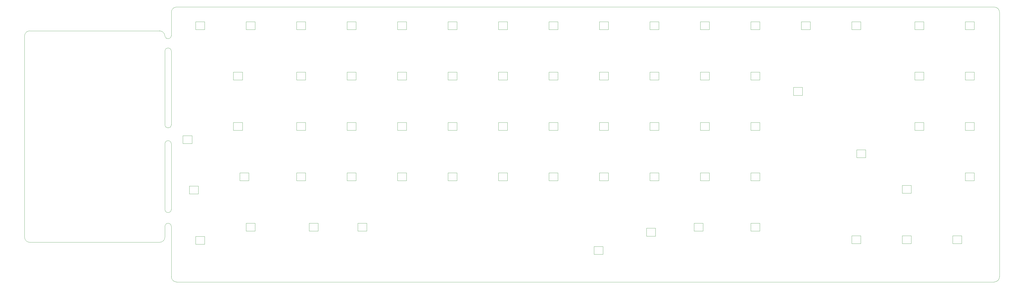
<source format=gm1>
G04 #@! TF.GenerationSoftware,KiCad,Pcbnew,6.0.2*
G04 #@! TF.CreationDate,2022-03-08T20:49:10-05:00*
G04 #@! TF.ProjectId,TbKB,54624b42-2e6b-4696-9361-645f70636258,0.0*
G04 #@! TF.SameCoordinates,Original*
G04 #@! TF.FileFunction,Profile,NP*
%FSLAX46Y46*%
G04 Gerber Fmt 4.6, Leading zero omitted, Abs format (unit mm)*
G04 Created by KiCad (PCBNEW 6.0.2) date 2022-03-08 20:49:10*
%MOMM*%
%LPD*%
G01*
G04 APERTURE LIST*
G04 #@! TA.AperFunction,Profile*
%ADD10C,0.100000*%
G04 #@! TD*
G04 #@! TA.AperFunction,Profile*
%ADD11C,0.050000*%
G04 #@! TD*
G04 APERTURE END LIST*
D10*
X86414214Y-126000000D02*
X395000000Y-126000000D01*
X82000000Y-73750000D02*
X82000000Y-98550000D01*
X84400000Y-38700000D02*
G75*
G03*
X82000000Y-38700000I-1200000J0D01*
G01*
X84400000Y-98550000D02*
X84400000Y-73750000D01*
X84400000Y-66500000D02*
X84400000Y-38700000D01*
X84400000Y-105000000D02*
G75*
G03*
X82000000Y-105000000I-1200000J0D01*
G01*
X31000001Y-31000001D02*
G75*
G03*
X29000001Y-33000001I-1J-1999999D01*
G01*
X84400000Y-105000000D02*
X84414214Y-124000000D01*
X80000000Y-111000000D02*
X31000001Y-110999999D01*
X395000000Y-126000000D02*
G75*
G03*
X397000000Y-124000000I1J1999999D01*
G01*
X82000000Y-109000000D02*
X82000000Y-105000000D01*
X395000000Y-22000000D02*
X86414214Y-22000000D01*
X81999999Y-33000001D02*
G75*
G03*
X84400000Y-32847658I1190091J232287D01*
G01*
X82000000Y-38700000D02*
X82000000Y-66500000D01*
X82000000Y-98550000D02*
G75*
G03*
X84400000Y-98550000I1200000J0D01*
G01*
X84414214Y-24000000D02*
X84400000Y-32847658D01*
X31000001Y-31000001D02*
X79999999Y-31000001D01*
X397000000Y-124000000D02*
X397000000Y-24000000D01*
X397000000Y-24000000D02*
G75*
G03*
X395000000Y-22000000I-1999999J1D01*
G01*
X80000000Y-111000000D02*
G75*
G03*
X82000000Y-109000000I1J1999999D01*
G01*
X84414214Y-124000000D02*
G75*
G03*
X86414214Y-126000000I1999999J-1D01*
G01*
X82000000Y-66500000D02*
G75*
G03*
X84400000Y-66500000I1200000J0D01*
G01*
X81999999Y-33000001D02*
G75*
G03*
X79999999Y-31000001I-2099269J-99269D01*
G01*
X84400000Y-73750000D02*
G75*
G03*
X82000000Y-73750000I-1200000J0D01*
G01*
X29000001Y-108999999D02*
X29000001Y-33000001D01*
X86414214Y-22000000D02*
G75*
G03*
X84414214Y-24000000I-8J-1999992D01*
G01*
X29000001Y-108999999D02*
G75*
G03*
X31000001Y-110999999I1999999J-1D01*
G01*
D11*
G04 #@! TO.C,D118*
X243950000Y-112557500D02*
X243950000Y-115557500D01*
X247350000Y-112557500D02*
X243950000Y-112557500D01*
X247350000Y-115557500D02*
X247350000Y-112557500D01*
X243950000Y-115557500D02*
X247350000Y-115557500D01*
G04 #@! TO.C,D130*
X207850118Y-27532500D02*
X207850118Y-30532500D01*
X211250118Y-30532500D02*
X211250118Y-27532500D01*
X211250118Y-27532500D02*
X207850118Y-27532500D01*
X207850118Y-30532500D02*
X211250118Y-30532500D01*
G04 #@! TO.C,D131*
X344600118Y-30532500D02*
X344600118Y-27532500D01*
X341200118Y-30532500D02*
X344600118Y-30532500D01*
X341200118Y-27532500D02*
X341200118Y-30532500D01*
X344600118Y-27532500D02*
X341200118Y-27532500D01*
G04 #@! TO.C,D78*
X387462618Y-87682500D02*
X387462618Y-84682500D01*
X384062618Y-87682500D02*
X387462618Y-87682500D01*
X384062618Y-84682500D02*
X384062618Y-87682500D01*
X387462618Y-84682500D02*
X384062618Y-84682500D01*
G04 #@! TO.C,D120*
X192200118Y-27532500D02*
X188800118Y-27532500D01*
X192200118Y-30532500D02*
X192200118Y-27532500D01*
X188800118Y-27532500D02*
X188800118Y-30532500D01*
X188800118Y-30532500D02*
X192200118Y-30532500D01*
G04 #@! TO.C,D125*
X303100118Y-68632500D02*
X306500118Y-68632500D01*
X306500118Y-68632500D02*
X306500118Y-65632500D01*
X303100118Y-65632500D02*
X303100118Y-68632500D01*
X306500118Y-65632500D02*
X303100118Y-65632500D01*
G04 #@! TO.C,D83*
X230300118Y-49582500D02*
X230300118Y-46582500D01*
X230300118Y-46582500D02*
X226900118Y-46582500D01*
X226900118Y-46582500D02*
X226900118Y-49582500D01*
X226900118Y-49582500D02*
X230300118Y-49582500D01*
G04 #@! TO.C,D137*
X363650118Y-89445000D02*
X360250118Y-89445000D01*
X363650118Y-92445000D02*
X363650118Y-89445000D01*
X360250118Y-92445000D02*
X363650118Y-92445000D01*
X360250118Y-89445000D02*
X360250118Y-92445000D01*
G04 #@! TO.C,D135*
X346480000Y-75950000D02*
X343080000Y-75950000D01*
X343080000Y-78950000D02*
X346480000Y-78950000D01*
X346480000Y-78950000D02*
X346480000Y-75950000D01*
X343080000Y-75950000D02*
X343080000Y-78950000D01*
G04 #@! TO.C,D121*
X322150118Y-27532500D02*
X322150118Y-30532500D01*
X322150118Y-30532500D02*
X325550118Y-30532500D01*
X325550118Y-27532500D02*
X322150118Y-27532500D01*
X325550118Y-30532500D02*
X325550118Y-27532500D01*
G04 #@! TO.C,D129*
X94568868Y-92687500D02*
X94568868Y-89687500D01*
X91168868Y-89687500D02*
X91168868Y-92687500D01*
X94568868Y-89687500D02*
X91168868Y-89687500D01*
X91168868Y-92687500D02*
X94568868Y-92687500D01*
G04 #@! TO.C,D111*
X303100118Y-27532500D02*
X303100118Y-30532500D01*
X306500118Y-30532500D02*
X306500118Y-27532500D01*
X306500118Y-27532500D02*
X303100118Y-27532500D01*
X303100118Y-30532500D02*
X306500118Y-30532500D01*
G04 #@! TO.C,D112*
X154100118Y-46582500D02*
X150700118Y-46582500D01*
X154100118Y-49582500D02*
X154100118Y-46582500D01*
X150700118Y-49582500D02*
X154100118Y-49582500D01*
X150700118Y-46582500D02*
X150700118Y-49582500D01*
G04 #@! TO.C,D76*
X365012618Y-68632500D02*
X368412618Y-68632500D01*
X368412618Y-68632500D02*
X368412618Y-65632500D01*
X365012618Y-65632500D02*
X365012618Y-68632500D01*
X368412618Y-65632500D02*
X365012618Y-65632500D01*
G04 #@! TO.C,D95*
X249350118Y-65632500D02*
X245950118Y-65632500D01*
X245950118Y-68632500D02*
X249350118Y-68632500D01*
X249350118Y-68632500D02*
X249350118Y-65632500D01*
X245950118Y-65632500D02*
X245950118Y-68632500D01*
G04 #@! TO.C,D104*
X135050118Y-68632500D02*
X135050118Y-65632500D01*
X131650118Y-68632500D02*
X135050118Y-68632500D01*
X135050118Y-65632500D02*
X131650118Y-65632500D01*
X131650118Y-65632500D02*
X131650118Y-68632500D01*
G04 #@! TO.C,D90*
X131650118Y-30537500D02*
X135050118Y-30537500D01*
X131650118Y-27537500D02*
X131650118Y-30537500D01*
X135050118Y-30537500D02*
X135050118Y-27537500D01*
X135050118Y-27537500D02*
X131650118Y-27537500D01*
G04 #@! TO.C,D94*
X111237618Y-68632500D02*
X111237618Y-65632500D01*
X107837618Y-68632500D02*
X111237618Y-68632500D01*
X111237618Y-65632500D02*
X107837618Y-65632500D01*
X107837618Y-65632500D02*
X107837618Y-68632500D01*
G04 #@! TO.C,D87*
X230300118Y-84682500D02*
X226900118Y-84682500D01*
X226900118Y-84682500D02*
X226900118Y-87682500D01*
X226900118Y-87682500D02*
X230300118Y-87682500D01*
X230300118Y-87682500D02*
X230300118Y-84682500D01*
G04 #@! TO.C,D100*
X150700118Y-27532500D02*
X150700118Y-30532500D01*
X154100118Y-27532500D02*
X150700118Y-27532500D01*
X154100118Y-30532500D02*
X154100118Y-27532500D01*
X150700118Y-30532500D02*
X154100118Y-30532500D01*
G04 #@! TO.C,D71*
X230300118Y-30532500D02*
X230300118Y-27532500D01*
X226900118Y-27532500D02*
X226900118Y-30532500D01*
X226900118Y-30532500D02*
X230300118Y-30532500D01*
X230300118Y-27532500D02*
X226900118Y-27532500D01*
G04 #@! TO.C,D107*
X268400118Y-87682500D02*
X268400118Y-84682500D01*
X268400118Y-84682500D02*
X265000118Y-84682500D01*
X265000118Y-84682500D02*
X265000118Y-87682500D01*
X265000118Y-87682500D02*
X268400118Y-87682500D01*
G04 #@! TO.C,D128*
X263750000Y-108657500D02*
X267150000Y-108657500D01*
X263750000Y-105657500D02*
X263750000Y-108657500D01*
X267150000Y-108657500D02*
X267150000Y-105657500D01*
X267150000Y-105657500D02*
X263750000Y-105657500D01*
G04 #@! TO.C,D70*
X96950118Y-30537500D02*
X96950118Y-27537500D01*
X93550118Y-30537500D02*
X96950118Y-30537500D01*
X96950118Y-27537500D02*
X93550118Y-27537500D01*
X93550118Y-27537500D02*
X93550118Y-30537500D01*
G04 #@! TO.C,D97*
X249350118Y-87682500D02*
X249350118Y-84682500D01*
X249350118Y-84682500D02*
X245950118Y-84682500D01*
X245950118Y-87682500D02*
X249350118Y-87682500D01*
X245950118Y-84682500D02*
X245950118Y-87682500D01*
G04 #@! TO.C,D72*
X365012618Y-30532500D02*
X368412618Y-30532500D01*
X368412618Y-27532500D02*
X365012618Y-27532500D01*
X365012618Y-27532500D02*
X365012618Y-30532500D01*
X368412618Y-30532500D02*
X368412618Y-27532500D01*
G04 #@! TO.C,D119*
X96950118Y-111737500D02*
X96950118Y-108737500D01*
X93550118Y-108737500D02*
X93550118Y-111737500D01*
X96950118Y-108737500D02*
X93550118Y-108737500D01*
X93550118Y-111737500D02*
X96950118Y-111737500D01*
G04 #@! TO.C,D84*
X387462618Y-46582500D02*
X384062618Y-46582500D01*
X384062618Y-46582500D02*
X384062618Y-49582500D01*
X387462618Y-49582500D02*
X387462618Y-46582500D01*
X384062618Y-49582500D02*
X387462618Y-49582500D01*
G04 #@! TO.C,D85*
X226900118Y-65632500D02*
X226900118Y-68632500D01*
X230300118Y-68632500D02*
X230300118Y-65632500D01*
X230300118Y-65632500D02*
X226900118Y-65632500D01*
X226900118Y-68632500D02*
X230300118Y-68632500D01*
G04 #@! TO.C,D74*
X368412618Y-49582500D02*
X368412618Y-46582500D01*
X368412618Y-46582500D02*
X365012618Y-46582500D01*
X365012618Y-49582500D02*
X368412618Y-49582500D01*
X365012618Y-46582500D02*
X365012618Y-49582500D01*
G04 #@! TO.C,D86*
X387462618Y-68632500D02*
X387462618Y-65632500D01*
X384062618Y-68632500D02*
X387462618Y-68632500D01*
X387462618Y-65632500D02*
X384062618Y-65632500D01*
X384062618Y-65632500D02*
X384062618Y-68632500D01*
G04 #@! TO.C,D88*
X112600118Y-103732500D02*
X112600118Y-106732500D01*
X112600118Y-106732500D02*
X116000118Y-106732500D01*
X116000118Y-103732500D02*
X112600118Y-103732500D01*
X116000118Y-106732500D02*
X116000118Y-103732500D01*
G04 #@! TO.C,D79*
X303100118Y-106732500D02*
X306500118Y-106732500D01*
X306500118Y-106732500D02*
X306500118Y-103732500D01*
X306500118Y-103732500D02*
X303100118Y-103732500D01*
X303100118Y-103732500D02*
X303100118Y-106732500D01*
G04 #@! TO.C,D134*
X192200118Y-65632500D02*
X188800118Y-65632500D01*
X188800118Y-65632500D02*
X188800118Y-68632500D01*
X192200118Y-68632500D02*
X192200118Y-65632500D01*
X188800118Y-68632500D02*
X192200118Y-68632500D01*
G04 #@! TO.C,D127*
X303100118Y-84682500D02*
X303100118Y-87682500D01*
X306500118Y-87682500D02*
X306500118Y-84682500D01*
X306500118Y-84682500D02*
X303100118Y-84682500D01*
X303100118Y-87682500D02*
X306500118Y-87682500D01*
G04 #@! TO.C,D80*
X112600118Y-27537500D02*
X112600118Y-30537500D01*
X112600118Y-30537500D02*
X116000118Y-30537500D01*
X116000118Y-30537500D02*
X116000118Y-27537500D01*
X116000118Y-27537500D02*
X112600118Y-27537500D01*
G04 #@! TO.C,D136*
X192200118Y-87682500D02*
X192200118Y-84682500D01*
X188800118Y-84682500D02*
X188800118Y-87682500D01*
X192200118Y-84682500D02*
X188800118Y-84682500D01*
X188800118Y-87682500D02*
X192200118Y-87682500D01*
G04 #@! TO.C,D133*
X319175000Y-55375000D02*
X322575000Y-55375000D01*
X322575000Y-52375000D02*
X319175000Y-52375000D01*
X322575000Y-55375000D02*
X322575000Y-52375000D01*
X319175000Y-52375000D02*
X319175000Y-55375000D01*
G04 #@! TO.C,D98*
X136412618Y-103732500D02*
X136412618Y-106732500D01*
X136412618Y-106732500D02*
X139812618Y-106732500D01*
X139812618Y-106732500D02*
X139812618Y-103732500D01*
X139812618Y-103732500D02*
X136412618Y-103732500D01*
G04 #@! TO.C,D122*
X169750118Y-49582500D02*
X173150118Y-49582500D01*
X169750118Y-46582500D02*
X169750118Y-49582500D01*
X173150118Y-46582500D02*
X169750118Y-46582500D01*
X173150118Y-49582500D02*
X173150118Y-46582500D01*
G04 #@! TO.C,D91*
X265000118Y-30532500D02*
X268400118Y-30532500D01*
X268400118Y-30532500D02*
X268400118Y-27532500D01*
X268400118Y-27532500D02*
X265000118Y-27532500D01*
X265000118Y-27532500D02*
X265000118Y-30532500D01*
G04 #@! TO.C,D101*
X287450118Y-30532500D02*
X287450118Y-27532500D01*
X284050118Y-30532500D02*
X287450118Y-30532500D01*
X284050118Y-27532500D02*
X284050118Y-30532500D01*
X287450118Y-27532500D02*
X284050118Y-27532500D01*
G04 #@! TO.C,D108*
X158150000Y-103732500D02*
X154750000Y-103732500D01*
X154750000Y-103732500D02*
X154750000Y-106732500D01*
X154750000Y-106732500D02*
X158150000Y-106732500D01*
X158150000Y-106732500D02*
X158150000Y-103732500D01*
G04 #@! TO.C,D89*
X344600118Y-111495000D02*
X344600118Y-108495000D01*
X344600118Y-108495000D02*
X341200118Y-108495000D01*
X341200118Y-111495000D02*
X344600118Y-111495000D01*
X341200118Y-108495000D02*
X341200118Y-111495000D01*
G04 #@! TO.C,D123*
X306500118Y-46582500D02*
X303100118Y-46582500D01*
X303100118Y-49582500D02*
X306500118Y-49582500D01*
X306500118Y-49582500D02*
X306500118Y-46582500D01*
X303100118Y-46582500D02*
X303100118Y-49582500D01*
G04 #@! TO.C,D92*
X107837618Y-46582500D02*
X107837618Y-49582500D01*
X111237618Y-46582500D02*
X107837618Y-46582500D01*
X107837618Y-49582500D02*
X111237618Y-49582500D01*
X111237618Y-49582500D02*
X111237618Y-46582500D01*
G04 #@! TO.C,D73*
X211250118Y-49582500D02*
X211250118Y-46582500D01*
X211250118Y-46582500D02*
X207850118Y-46582500D01*
X207850118Y-49582500D02*
X211250118Y-49582500D01*
X207850118Y-46582500D02*
X207850118Y-49582500D01*
G04 #@! TO.C,D132*
X188800118Y-49582500D02*
X192200118Y-49582500D01*
X192200118Y-46582500D02*
X188800118Y-46582500D01*
X188800118Y-46582500D02*
X188800118Y-49582500D01*
X192200118Y-49582500D02*
X192200118Y-46582500D01*
G04 #@! TO.C,D105*
X268400118Y-65632500D02*
X265000118Y-65632500D01*
X268400118Y-68632500D02*
X268400118Y-65632500D01*
X265000118Y-68632500D02*
X268400118Y-68632500D01*
X265000118Y-65632500D02*
X265000118Y-68632500D01*
G04 #@! TO.C,D96*
X113618868Y-87682500D02*
X113618868Y-84682500D01*
X113618868Y-84682500D02*
X110218868Y-84682500D01*
X110218868Y-84682500D02*
X110218868Y-87682500D01*
X110218868Y-87682500D02*
X113618868Y-87682500D01*
G04 #@! TO.C,D106*
X131650118Y-87682500D02*
X135050118Y-87682500D01*
X135050118Y-84682500D02*
X131650118Y-84682500D01*
X131650118Y-84682500D02*
X131650118Y-87682500D01*
X135050118Y-87682500D02*
X135050118Y-84682500D01*
G04 #@! TO.C,D103*
X265000118Y-46582500D02*
X265000118Y-49582500D01*
X268400118Y-46582500D02*
X265000118Y-46582500D01*
X265000118Y-49582500D02*
X268400118Y-49582500D01*
X268400118Y-49582500D02*
X268400118Y-46582500D01*
G04 #@! TO.C,D82*
X387462618Y-30532500D02*
X387462618Y-27532500D01*
X387462618Y-27532500D02*
X384062618Y-27532500D01*
X384062618Y-27532500D02*
X384062618Y-30532500D01*
X384062618Y-30532500D02*
X387462618Y-30532500D01*
G04 #@! TO.C,D110*
X173150118Y-30532500D02*
X173150118Y-27532500D01*
X169750118Y-27532500D02*
X169750118Y-30532500D01*
X169750118Y-30532500D02*
X173150118Y-30532500D01*
X173150118Y-27532500D02*
X169750118Y-27532500D01*
G04 #@! TO.C,D115*
X287450118Y-68632500D02*
X287450118Y-65632500D01*
X284050118Y-65632500D02*
X284050118Y-68632500D01*
X287450118Y-65632500D02*
X284050118Y-65632500D01*
X284050118Y-68632500D02*
X287450118Y-68632500D01*
G04 #@! TO.C,D93*
X249350118Y-46582500D02*
X245950118Y-46582500D01*
X245950118Y-49582500D02*
X249350118Y-49582500D01*
X249350118Y-49582500D02*
X249350118Y-46582500D01*
X245950118Y-46582500D02*
X245950118Y-49582500D01*
G04 #@! TO.C,D117*
X284050118Y-87682500D02*
X287450118Y-87682500D01*
X287450118Y-87682500D02*
X287450118Y-84682500D01*
X287450118Y-84682500D02*
X284050118Y-84682500D01*
X284050118Y-84682500D02*
X284050118Y-87682500D01*
G04 #@! TO.C,D77*
X207850118Y-87682500D02*
X211250118Y-87682500D01*
X207850118Y-84682500D02*
X207850118Y-87682500D01*
X211250118Y-84682500D02*
X207850118Y-84682500D01*
X211250118Y-87682500D02*
X211250118Y-84682500D01*
G04 #@! TO.C,D99*
X363650118Y-108495000D02*
X360250118Y-108495000D01*
X360250118Y-108495000D02*
X360250118Y-111495000D01*
X360250118Y-111495000D02*
X363650118Y-111495000D01*
X363650118Y-111495000D02*
X363650118Y-108495000D01*
G04 #@! TO.C,D116*
X150700118Y-84682500D02*
X150700118Y-87682500D01*
X154100118Y-87682500D02*
X154100118Y-84682500D01*
X154100118Y-84682500D02*
X150700118Y-84682500D01*
X150700118Y-87682500D02*
X154100118Y-87682500D01*
G04 #@! TO.C,D138*
X281668868Y-103732500D02*
X281668868Y-106732500D01*
X281668868Y-106732500D02*
X285068868Y-106732500D01*
X285068868Y-103732500D02*
X281668868Y-103732500D01*
X285068868Y-106732500D02*
X285068868Y-103732500D01*
G04 #@! TO.C,D124*
X169750118Y-65632500D02*
X169750118Y-68632500D01*
X173150118Y-65632500D02*
X169750118Y-65632500D01*
X169750118Y-68632500D02*
X173150118Y-68632500D01*
X173150118Y-68632500D02*
X173150118Y-65632500D01*
G04 #@! TO.C,D102*
X135050118Y-46582500D02*
X131650118Y-46582500D01*
X131650118Y-49582500D02*
X135050118Y-49582500D01*
X135050118Y-49582500D02*
X135050118Y-46582500D01*
X131650118Y-46582500D02*
X131650118Y-49582500D01*
G04 #@! TO.C,D113*
X284050118Y-46582500D02*
X284050118Y-49582500D01*
X287450118Y-46582500D02*
X284050118Y-46582500D01*
X284050118Y-49582500D02*
X287450118Y-49582500D01*
X287450118Y-49582500D02*
X287450118Y-46582500D01*
G04 #@! TO.C,D126*
X169750118Y-87682500D02*
X173150118Y-87682500D01*
X173150118Y-87682500D02*
X173150118Y-84682500D01*
X173150118Y-84682500D02*
X169750118Y-84682500D01*
X169750118Y-84682500D02*
X169750118Y-87682500D01*
G04 #@! TO.C,D109*
X382700118Y-111495000D02*
X382700118Y-108495000D01*
X382700118Y-108495000D02*
X379300118Y-108495000D01*
X379300118Y-111495000D02*
X382700118Y-111495000D01*
X379300118Y-108495000D02*
X379300118Y-111495000D01*
G04 #@! TO.C,D114*
X150700118Y-65632500D02*
X150700118Y-68632500D01*
X154100118Y-68632500D02*
X154100118Y-65632500D01*
X150700118Y-68632500D02*
X154100118Y-68632500D01*
X154100118Y-65632500D02*
X150700118Y-65632500D01*
G04 #@! TO.C,D81*
X249350118Y-27532500D02*
X245950118Y-27532500D01*
X245950118Y-30532500D02*
X249350118Y-30532500D01*
X245950118Y-27532500D02*
X245950118Y-30532500D01*
X249350118Y-30532500D02*
X249350118Y-27532500D01*
G04 #@! TO.C,D139*
X88787618Y-73637500D02*
X92187618Y-73637500D01*
X92187618Y-70637500D02*
X88787618Y-70637500D01*
X88787618Y-70637500D02*
X88787618Y-73637500D01*
X92187618Y-73637500D02*
X92187618Y-70637500D01*
G04 #@! TO.C,D75*
X207850118Y-68632500D02*
X211250118Y-68632500D01*
X211250118Y-65632500D02*
X207850118Y-65632500D01*
X211250118Y-68632500D02*
X211250118Y-65632500D01*
X207850118Y-65632500D02*
X207850118Y-68632500D01*
G04 #@! TD*
M02*

</source>
